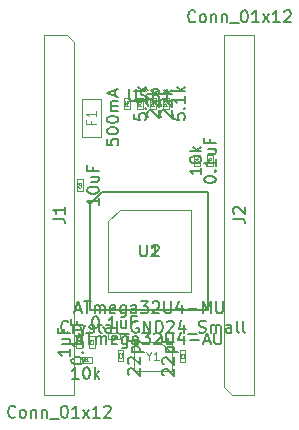
<source format=gbr>
G04 #@! TF.GenerationSoftware,KiCad,Pcbnew,(5.1.7)-1*
G04 #@! TF.CreationDate,2021-03-17T14:13:32-05:00*
G04 #@! TF.ProjectId,keyboard,6b657962-6f61-4726-942e-6b696361645f,rev?*
G04 #@! TF.SameCoordinates,Original*
G04 #@! TF.FileFunction,Other,Fab,Top*
%FSLAX46Y46*%
G04 Gerber Fmt 4.6, Leading zero omitted, Abs format (unit mm)*
G04 Created by KiCad (PCBNEW (5.1.7)-1) date 2021-03-17 14:13:32*
%MOMM*%
%LPD*%
G01*
G04 APERTURE LIST*
%ADD10C,0.100000*%
%ADD11C,0.150000*%
%ADD12C,0.040000*%
%ADD13C,0.105000*%
%ADD14C,0.120000*%
G04 APERTURE END LIST*
D10*
X324890000Y-188740000D02*
X322985000Y-188740000D01*
X322985000Y-188740000D02*
X322350000Y-188105000D01*
X322350000Y-188105000D02*
X322350000Y-158260000D01*
X322350000Y-158260000D02*
X324890000Y-158260000D01*
X324890000Y-158260000D02*
X324890000Y-188740000D01*
D11*
X311977500Y-171577500D02*
X320977500Y-171577500D01*
X320977500Y-171577500D02*
X320977500Y-181577500D01*
X320977500Y-181577500D02*
X310977500Y-181577500D01*
X310977500Y-181577500D02*
X310977500Y-172577500D01*
X310977500Y-172577500D02*
X311977500Y-171577500D01*
D10*
X316550000Y-164580000D02*
X316050000Y-164580000D01*
X316050000Y-164580000D02*
X316050000Y-163580000D01*
X316050000Y-163580000D02*
X316550000Y-163580000D01*
X316550000Y-163580000D02*
X316550000Y-164580000D01*
X320850000Y-168420000D02*
X321350000Y-168420000D01*
X321350000Y-168420000D02*
X321350000Y-169420000D01*
X321350000Y-169420000D02*
X320850000Y-169420000D01*
X320850000Y-169420000D02*
X320850000Y-168420000D01*
X314350000Y-164580000D02*
X313850000Y-164580000D01*
X313850000Y-164580000D02*
X313850000Y-163580000D01*
X313850000Y-163580000D02*
X314350000Y-163580000D01*
X314350000Y-163580000D02*
X314350000Y-164580000D01*
X315450000Y-164580000D02*
X314950000Y-164580000D01*
X314950000Y-164580000D02*
X314950000Y-163580000D01*
X314950000Y-163580000D02*
X315450000Y-163580000D01*
X315450000Y-163580000D02*
X315450000Y-164580000D01*
X317650000Y-164580000D02*
X317150000Y-164580000D01*
X317150000Y-164580000D02*
X317150000Y-163580000D01*
X317150000Y-163580000D02*
X317650000Y-163580000D01*
X317650000Y-163580000D02*
X317650000Y-164580000D01*
X310100000Y-186050000D02*
X310100000Y-185550000D01*
X310100000Y-185550000D02*
X311100000Y-185550000D01*
X311100000Y-185550000D02*
X311100000Y-186050000D01*
X311100000Y-186050000D02*
X310100000Y-186050000D01*
X309750000Y-183780000D02*
X310250000Y-183780000D01*
X310250000Y-183780000D02*
X310250000Y-184780000D01*
X310250000Y-184780000D02*
X309750000Y-184780000D01*
X309750000Y-184780000D02*
X309750000Y-183780000D01*
X310350000Y-171520000D02*
X309850000Y-171520000D01*
X309850000Y-171520000D02*
X309850000Y-170520000D01*
X309850000Y-170520000D02*
X310350000Y-170520000D01*
X310350000Y-170520000D02*
X310350000Y-171520000D01*
X313520000Y-183550000D02*
X313520000Y-184050000D01*
X313520000Y-184050000D02*
X312520000Y-184050000D01*
X312520000Y-184050000D02*
X312520000Y-183550000D01*
X312520000Y-183550000D02*
X313520000Y-183550000D01*
X320250000Y-169420000D02*
X319750000Y-169420000D01*
X319750000Y-169420000D02*
X319750000Y-168420000D01*
X319750000Y-168420000D02*
X320250000Y-168420000D01*
X320250000Y-168420000D02*
X320250000Y-169420000D01*
X310850000Y-183780000D02*
X311350000Y-183780000D01*
X311350000Y-183780000D02*
X311350000Y-184780000D01*
X311350000Y-184780000D02*
X310850000Y-184780000D01*
X310850000Y-184780000D02*
X310850000Y-183780000D01*
X313800000Y-185930000D02*
X313300000Y-185930000D01*
X313300000Y-185930000D02*
X313300000Y-184930000D01*
X313300000Y-184930000D02*
X313800000Y-184930000D01*
X313800000Y-184930000D02*
X313800000Y-185930000D01*
X318550000Y-184960000D02*
X319050000Y-184960000D01*
X319050000Y-184960000D02*
X319050000Y-185960000D01*
X319050000Y-185960000D02*
X318550000Y-185960000D01*
X318550000Y-185960000D02*
X318550000Y-184960000D01*
X313477500Y-173077500D02*
X319477500Y-173077500D01*
X319477500Y-173077500D02*
X319477500Y-180077500D01*
X319477500Y-180077500D02*
X312477500Y-180077500D01*
X312477500Y-180077500D02*
X312477500Y-174077500D01*
X312477500Y-174077500D02*
X313477500Y-173077500D01*
X317870000Y-186740000D02*
X317870000Y-184240000D01*
X317870000Y-184240000D02*
X314670000Y-184240000D01*
X314670000Y-184240000D02*
X314670000Y-186740000D01*
X314670000Y-186740000D02*
X317870000Y-186740000D01*
X317870000Y-185240000D02*
X316870000Y-184240000D01*
X307110000Y-158260000D02*
X309015000Y-158260000D01*
X309015000Y-158260000D02*
X309650000Y-158895000D01*
X309650000Y-158895000D02*
X309650000Y-188740000D01*
X309650000Y-188740000D02*
X307110000Y-188740000D01*
X307110000Y-188740000D02*
X307110000Y-158260000D01*
X311900000Y-166900000D02*
X310300000Y-166900000D01*
X310300000Y-166900000D02*
X310300000Y-163700000D01*
X310300000Y-163700000D02*
X311900000Y-163700000D01*
X311900000Y-163700000D02*
X311900000Y-166900000D01*
D11*
X319881904Y-157117142D02*
X319834285Y-157164761D01*
X319691428Y-157212380D01*
X319596190Y-157212380D01*
X319453333Y-157164761D01*
X319358095Y-157069523D01*
X319310476Y-156974285D01*
X319262857Y-156783809D01*
X319262857Y-156640952D01*
X319310476Y-156450476D01*
X319358095Y-156355238D01*
X319453333Y-156260000D01*
X319596190Y-156212380D01*
X319691428Y-156212380D01*
X319834285Y-156260000D01*
X319881904Y-156307619D01*
X320453333Y-157212380D02*
X320358095Y-157164761D01*
X320310476Y-157117142D01*
X320262857Y-157021904D01*
X320262857Y-156736190D01*
X320310476Y-156640952D01*
X320358095Y-156593333D01*
X320453333Y-156545714D01*
X320596190Y-156545714D01*
X320691428Y-156593333D01*
X320739047Y-156640952D01*
X320786666Y-156736190D01*
X320786666Y-157021904D01*
X320739047Y-157117142D01*
X320691428Y-157164761D01*
X320596190Y-157212380D01*
X320453333Y-157212380D01*
X321215238Y-156545714D02*
X321215238Y-157212380D01*
X321215238Y-156640952D02*
X321262857Y-156593333D01*
X321358095Y-156545714D01*
X321500952Y-156545714D01*
X321596190Y-156593333D01*
X321643809Y-156688571D01*
X321643809Y-157212380D01*
X322120000Y-156545714D02*
X322120000Y-157212380D01*
X322120000Y-156640952D02*
X322167619Y-156593333D01*
X322262857Y-156545714D01*
X322405714Y-156545714D01*
X322500952Y-156593333D01*
X322548571Y-156688571D01*
X322548571Y-157212380D01*
X322786666Y-157307619D02*
X323548571Y-157307619D01*
X323977142Y-156212380D02*
X324072380Y-156212380D01*
X324167619Y-156260000D01*
X324215238Y-156307619D01*
X324262857Y-156402857D01*
X324310476Y-156593333D01*
X324310476Y-156831428D01*
X324262857Y-157021904D01*
X324215238Y-157117142D01*
X324167619Y-157164761D01*
X324072380Y-157212380D01*
X323977142Y-157212380D01*
X323881904Y-157164761D01*
X323834285Y-157117142D01*
X323786666Y-157021904D01*
X323739047Y-156831428D01*
X323739047Y-156593333D01*
X323786666Y-156402857D01*
X323834285Y-156307619D01*
X323881904Y-156260000D01*
X323977142Y-156212380D01*
X325262857Y-157212380D02*
X324691428Y-157212380D01*
X324977142Y-157212380D02*
X324977142Y-156212380D01*
X324881904Y-156355238D01*
X324786666Y-156450476D01*
X324691428Y-156498095D01*
X325596190Y-157212380D02*
X326120000Y-156545714D01*
X325596190Y-156545714D02*
X326120000Y-157212380D01*
X327024761Y-157212380D02*
X326453333Y-157212380D01*
X326739047Y-157212380D02*
X326739047Y-156212380D01*
X326643809Y-156355238D01*
X326548571Y-156450476D01*
X326453333Y-156498095D01*
X327405714Y-156307619D02*
X327453333Y-156260000D01*
X327548571Y-156212380D01*
X327786666Y-156212380D01*
X327881904Y-156260000D01*
X327929523Y-156307619D01*
X327977142Y-156402857D01*
X327977142Y-156498095D01*
X327929523Y-156640952D01*
X327358095Y-157212380D01*
X327977142Y-157212380D01*
X323072380Y-173833333D02*
X323786666Y-173833333D01*
X323929523Y-173880952D01*
X324024761Y-173976190D01*
X324072380Y-174119047D01*
X324072380Y-174214285D01*
X323167619Y-173404761D02*
X323120000Y-173357142D01*
X323072380Y-173261904D01*
X323072380Y-173023809D01*
X323120000Y-172928571D01*
X323167619Y-172880952D01*
X323262857Y-172833333D01*
X323358095Y-172833333D01*
X323500952Y-172880952D01*
X324072380Y-173452380D01*
X324072380Y-172833333D01*
X309834642Y-184194166D02*
X310310833Y-184194166D01*
X309739404Y-184479880D02*
X310072738Y-183479880D01*
X310406071Y-184479880D01*
X310596547Y-183479880D02*
X311167976Y-183479880D01*
X310882261Y-184479880D02*
X310882261Y-183479880D01*
X311501309Y-184479880D02*
X311501309Y-183813214D01*
X311501309Y-183908452D02*
X311548928Y-183860833D01*
X311644166Y-183813214D01*
X311787023Y-183813214D01*
X311882261Y-183860833D01*
X311929880Y-183956071D01*
X311929880Y-184479880D01*
X311929880Y-183956071D02*
X311977500Y-183860833D01*
X312072738Y-183813214D01*
X312215595Y-183813214D01*
X312310833Y-183860833D01*
X312358452Y-183956071D01*
X312358452Y-184479880D01*
X313215595Y-184432261D02*
X313120357Y-184479880D01*
X312929880Y-184479880D01*
X312834642Y-184432261D01*
X312787023Y-184337023D01*
X312787023Y-183956071D01*
X312834642Y-183860833D01*
X312929880Y-183813214D01*
X313120357Y-183813214D01*
X313215595Y-183860833D01*
X313263214Y-183956071D01*
X313263214Y-184051309D01*
X312787023Y-184146547D01*
X314120357Y-183813214D02*
X314120357Y-184622738D01*
X314072738Y-184717976D01*
X314025119Y-184765595D01*
X313929880Y-184813214D01*
X313787023Y-184813214D01*
X313691785Y-184765595D01*
X314120357Y-184432261D02*
X314025119Y-184479880D01*
X313834642Y-184479880D01*
X313739404Y-184432261D01*
X313691785Y-184384642D01*
X313644166Y-184289404D01*
X313644166Y-184003690D01*
X313691785Y-183908452D01*
X313739404Y-183860833D01*
X313834642Y-183813214D01*
X314025119Y-183813214D01*
X314120357Y-183860833D01*
X315025119Y-184479880D02*
X315025119Y-183956071D01*
X314977500Y-183860833D01*
X314882261Y-183813214D01*
X314691785Y-183813214D01*
X314596547Y-183860833D01*
X315025119Y-184432261D02*
X314929880Y-184479880D01*
X314691785Y-184479880D01*
X314596547Y-184432261D01*
X314548928Y-184337023D01*
X314548928Y-184241785D01*
X314596547Y-184146547D01*
X314691785Y-184098928D01*
X314929880Y-184098928D01*
X315025119Y-184051309D01*
X315406071Y-183479880D02*
X316025119Y-183479880D01*
X315691785Y-183860833D01*
X315834642Y-183860833D01*
X315929880Y-183908452D01*
X315977500Y-183956071D01*
X316025119Y-184051309D01*
X316025119Y-184289404D01*
X315977500Y-184384642D01*
X315929880Y-184432261D01*
X315834642Y-184479880D01*
X315548928Y-184479880D01*
X315453690Y-184432261D01*
X315406071Y-184384642D01*
X316406071Y-183575119D02*
X316453690Y-183527500D01*
X316548928Y-183479880D01*
X316787023Y-183479880D01*
X316882261Y-183527500D01*
X316929880Y-183575119D01*
X316977500Y-183670357D01*
X316977500Y-183765595D01*
X316929880Y-183908452D01*
X316358452Y-184479880D01*
X316977500Y-184479880D01*
X317406071Y-183479880D02*
X317406071Y-184289404D01*
X317453690Y-184384642D01*
X317501309Y-184432261D01*
X317596547Y-184479880D01*
X317787023Y-184479880D01*
X317882261Y-184432261D01*
X317929880Y-184384642D01*
X317977500Y-184289404D01*
X317977500Y-183479880D01*
X318882261Y-183813214D02*
X318882261Y-184479880D01*
X318644166Y-183432261D02*
X318406071Y-184146547D01*
X319025119Y-184146547D01*
X319406071Y-184098928D02*
X320167976Y-184098928D01*
X320596547Y-184194166D02*
X321072738Y-184194166D01*
X320501309Y-184479880D02*
X320834642Y-183479880D01*
X321167976Y-184479880D01*
X321501309Y-183479880D02*
X321501309Y-184289404D01*
X321548928Y-184384642D01*
X321596547Y-184432261D01*
X321691785Y-184479880D01*
X321882261Y-184479880D01*
X321977500Y-184432261D01*
X322025119Y-184384642D01*
X322072738Y-184289404D01*
X322072738Y-183479880D01*
X315215595Y-176029880D02*
X315215595Y-176839404D01*
X315263214Y-176934642D01*
X315310833Y-176982261D01*
X315406071Y-177029880D01*
X315596547Y-177029880D01*
X315691785Y-176982261D01*
X315739404Y-176934642D01*
X315787023Y-176839404D01*
X315787023Y-176029880D01*
X316215595Y-176125119D02*
X316263214Y-176077500D01*
X316358452Y-176029880D01*
X316596547Y-176029880D01*
X316691785Y-176077500D01*
X316739404Y-176125119D01*
X316787023Y-176220357D01*
X316787023Y-176315595D01*
X316739404Y-176458452D01*
X316167976Y-177029880D01*
X316787023Y-177029880D01*
X317007619Y-165246666D02*
X316960000Y-165199047D01*
X316912380Y-165103809D01*
X316912380Y-164865714D01*
X316960000Y-164770476D01*
X317007619Y-164722857D01*
X317102857Y-164675238D01*
X317198095Y-164675238D01*
X317340952Y-164722857D01*
X317912380Y-165294285D01*
X317912380Y-164675238D01*
X317007619Y-164294285D02*
X316960000Y-164246666D01*
X316912380Y-164151428D01*
X316912380Y-163913333D01*
X316960000Y-163818095D01*
X317007619Y-163770476D01*
X317102857Y-163722857D01*
X317198095Y-163722857D01*
X317340952Y-163770476D01*
X317912380Y-164341904D01*
X317912380Y-163722857D01*
X317912380Y-163294285D02*
X316912380Y-163294285D01*
X317531428Y-163199047D02*
X317912380Y-162913333D01*
X317245714Y-162913333D02*
X317626666Y-163294285D01*
D12*
X316413095Y-164121666D02*
X316294047Y-164205000D01*
X316413095Y-164264523D02*
X316163095Y-164264523D01*
X316163095Y-164169285D01*
X316175000Y-164145476D01*
X316186904Y-164133571D01*
X316210714Y-164121666D01*
X316246428Y-164121666D01*
X316270238Y-164133571D01*
X316282142Y-164145476D01*
X316294047Y-164169285D01*
X316294047Y-164264523D01*
X316246428Y-163907380D02*
X316413095Y-163907380D01*
X316151190Y-163966904D02*
X316329761Y-164026428D01*
X316329761Y-163871666D01*
D11*
X320392380Y-169515238D02*
X320392380Y-170086666D01*
X320392380Y-169800952D02*
X319392380Y-169800952D01*
X319535238Y-169896190D01*
X319630476Y-169991428D01*
X319678095Y-170086666D01*
X319392380Y-168896190D02*
X319392380Y-168800952D01*
X319440000Y-168705714D01*
X319487619Y-168658095D01*
X319582857Y-168610476D01*
X319773333Y-168562857D01*
X320011428Y-168562857D01*
X320201904Y-168610476D01*
X320297142Y-168658095D01*
X320344761Y-168705714D01*
X320392380Y-168800952D01*
X320392380Y-168896190D01*
X320344761Y-168991428D01*
X320297142Y-169039047D01*
X320201904Y-169086666D01*
X320011428Y-169134285D01*
X319773333Y-169134285D01*
X319582857Y-169086666D01*
X319487619Y-169039047D01*
X319440000Y-168991428D01*
X319392380Y-168896190D01*
X320392380Y-168134285D02*
X319392380Y-168134285D01*
X320011428Y-168039047D02*
X320392380Y-167753333D01*
X319725714Y-167753333D02*
X320106666Y-168134285D01*
D12*
X321213095Y-168961666D02*
X321094047Y-169045000D01*
X321213095Y-169104523D02*
X320963095Y-169104523D01*
X320963095Y-169009285D01*
X320975000Y-168985476D01*
X320986904Y-168973571D01*
X321010714Y-168961666D01*
X321046428Y-168961666D01*
X321070238Y-168973571D01*
X321082142Y-168985476D01*
X321094047Y-169009285D01*
X321094047Y-169104523D01*
X320963095Y-168747380D02*
X320963095Y-168795000D01*
X320975000Y-168818809D01*
X320986904Y-168830714D01*
X321022619Y-168854523D01*
X321070238Y-168866428D01*
X321165476Y-168866428D01*
X321189285Y-168854523D01*
X321201190Y-168842619D01*
X321213095Y-168818809D01*
X321213095Y-168771190D01*
X321201190Y-168747380D01*
X321189285Y-168735476D01*
X321165476Y-168723571D01*
X321105952Y-168723571D01*
X321082142Y-168735476D01*
X321070238Y-168747380D01*
X321058333Y-168771190D01*
X321058333Y-168818809D01*
X321070238Y-168842619D01*
X321082142Y-168854523D01*
X321105952Y-168866428D01*
D11*
X314712380Y-164960952D02*
X314712380Y-165437142D01*
X315188571Y-165484761D01*
X315140952Y-165437142D01*
X315093333Y-165341904D01*
X315093333Y-165103809D01*
X315140952Y-165008571D01*
X315188571Y-164960952D01*
X315283809Y-164913333D01*
X315521904Y-164913333D01*
X315617142Y-164960952D01*
X315664761Y-165008571D01*
X315712380Y-165103809D01*
X315712380Y-165341904D01*
X315664761Y-165437142D01*
X315617142Y-165484761D01*
X315617142Y-164484761D02*
X315664761Y-164437142D01*
X315712380Y-164484761D01*
X315664761Y-164532380D01*
X315617142Y-164484761D01*
X315712380Y-164484761D01*
X315712380Y-163484761D02*
X315712380Y-164056190D01*
X315712380Y-163770476D02*
X314712380Y-163770476D01*
X314855238Y-163865714D01*
X314950476Y-163960952D01*
X314998095Y-164056190D01*
X315712380Y-163056190D02*
X314712380Y-163056190D01*
X315331428Y-162960952D02*
X315712380Y-162675238D01*
X315045714Y-162675238D02*
X315426666Y-163056190D01*
D12*
X314213095Y-164121666D02*
X314094047Y-164205000D01*
X314213095Y-164264523D02*
X313963095Y-164264523D01*
X313963095Y-164169285D01*
X313975000Y-164145476D01*
X313986904Y-164133571D01*
X314010714Y-164121666D01*
X314046428Y-164121666D01*
X314070238Y-164133571D01*
X314082142Y-164145476D01*
X314094047Y-164169285D01*
X314094047Y-164264523D01*
X313963095Y-163895476D02*
X313963095Y-164014523D01*
X314082142Y-164026428D01*
X314070238Y-164014523D01*
X314058333Y-163990714D01*
X314058333Y-163931190D01*
X314070238Y-163907380D01*
X314082142Y-163895476D01*
X314105952Y-163883571D01*
X314165476Y-163883571D01*
X314189285Y-163895476D01*
X314201190Y-163907380D01*
X314213095Y-163931190D01*
X314213095Y-163990714D01*
X314201190Y-164014523D01*
X314189285Y-164026428D01*
D11*
X315907619Y-165246666D02*
X315860000Y-165199047D01*
X315812380Y-165103809D01*
X315812380Y-164865714D01*
X315860000Y-164770476D01*
X315907619Y-164722857D01*
X316002857Y-164675238D01*
X316098095Y-164675238D01*
X316240952Y-164722857D01*
X316812380Y-165294285D01*
X316812380Y-164675238D01*
X315907619Y-164294285D02*
X315860000Y-164246666D01*
X315812380Y-164151428D01*
X315812380Y-163913333D01*
X315860000Y-163818095D01*
X315907619Y-163770476D01*
X316002857Y-163722857D01*
X316098095Y-163722857D01*
X316240952Y-163770476D01*
X316812380Y-164341904D01*
X316812380Y-163722857D01*
X316812380Y-163294285D02*
X315812380Y-163294285D01*
X316431428Y-163199047D02*
X316812380Y-162913333D01*
X316145714Y-162913333D02*
X316526666Y-163294285D01*
D12*
X315313095Y-164121666D02*
X315194047Y-164205000D01*
X315313095Y-164264523D02*
X315063095Y-164264523D01*
X315063095Y-164169285D01*
X315075000Y-164145476D01*
X315086904Y-164133571D01*
X315110714Y-164121666D01*
X315146428Y-164121666D01*
X315170238Y-164133571D01*
X315182142Y-164145476D01*
X315194047Y-164169285D01*
X315194047Y-164264523D01*
X315063095Y-164038333D02*
X315063095Y-163883571D01*
X315158333Y-163966904D01*
X315158333Y-163931190D01*
X315170238Y-163907380D01*
X315182142Y-163895476D01*
X315205952Y-163883571D01*
X315265476Y-163883571D01*
X315289285Y-163895476D01*
X315301190Y-163907380D01*
X315313095Y-163931190D01*
X315313095Y-164002619D01*
X315301190Y-164026428D01*
X315289285Y-164038333D01*
D11*
X318012380Y-164960952D02*
X318012380Y-165437142D01*
X318488571Y-165484761D01*
X318440952Y-165437142D01*
X318393333Y-165341904D01*
X318393333Y-165103809D01*
X318440952Y-165008571D01*
X318488571Y-164960952D01*
X318583809Y-164913333D01*
X318821904Y-164913333D01*
X318917142Y-164960952D01*
X318964761Y-165008571D01*
X319012380Y-165103809D01*
X319012380Y-165341904D01*
X318964761Y-165437142D01*
X318917142Y-165484761D01*
X318917142Y-164484761D02*
X318964761Y-164437142D01*
X319012380Y-164484761D01*
X318964761Y-164532380D01*
X318917142Y-164484761D01*
X319012380Y-164484761D01*
X319012380Y-163484761D02*
X319012380Y-164056190D01*
X319012380Y-163770476D02*
X318012380Y-163770476D01*
X318155238Y-163865714D01*
X318250476Y-163960952D01*
X318298095Y-164056190D01*
X319012380Y-163056190D02*
X318012380Y-163056190D01*
X318631428Y-162960952D02*
X319012380Y-162675238D01*
X318345714Y-162675238D02*
X318726666Y-163056190D01*
D12*
X317513095Y-164121666D02*
X317394047Y-164205000D01*
X317513095Y-164264523D02*
X317263095Y-164264523D01*
X317263095Y-164169285D01*
X317275000Y-164145476D01*
X317286904Y-164133571D01*
X317310714Y-164121666D01*
X317346428Y-164121666D01*
X317370238Y-164133571D01*
X317382142Y-164145476D01*
X317394047Y-164169285D01*
X317394047Y-164264523D01*
X317286904Y-164026428D02*
X317275000Y-164014523D01*
X317263095Y-163990714D01*
X317263095Y-163931190D01*
X317275000Y-163907380D01*
X317286904Y-163895476D01*
X317310714Y-163883571D01*
X317334523Y-163883571D01*
X317370238Y-163895476D01*
X317513095Y-164038333D01*
X317513095Y-163883571D01*
D11*
X310004761Y-187412380D02*
X309433333Y-187412380D01*
X309719047Y-187412380D02*
X309719047Y-186412380D01*
X309623809Y-186555238D01*
X309528571Y-186650476D01*
X309433333Y-186698095D01*
X310623809Y-186412380D02*
X310719047Y-186412380D01*
X310814285Y-186460000D01*
X310861904Y-186507619D01*
X310909523Y-186602857D01*
X310957142Y-186793333D01*
X310957142Y-187031428D01*
X310909523Y-187221904D01*
X310861904Y-187317142D01*
X310814285Y-187364761D01*
X310719047Y-187412380D01*
X310623809Y-187412380D01*
X310528571Y-187364761D01*
X310480952Y-187317142D01*
X310433333Y-187221904D01*
X310385714Y-187031428D01*
X310385714Y-186793333D01*
X310433333Y-186602857D01*
X310480952Y-186507619D01*
X310528571Y-186460000D01*
X310623809Y-186412380D01*
X311385714Y-187412380D02*
X311385714Y-186412380D01*
X311480952Y-187031428D02*
X311766666Y-187412380D01*
X311766666Y-186745714D02*
X311385714Y-187126666D01*
D12*
X310558333Y-185913095D02*
X310475000Y-185794047D01*
X310415476Y-185913095D02*
X310415476Y-185663095D01*
X310510714Y-185663095D01*
X310534523Y-185675000D01*
X310546428Y-185686904D01*
X310558333Y-185710714D01*
X310558333Y-185746428D01*
X310546428Y-185770238D01*
X310534523Y-185782142D01*
X310510714Y-185794047D01*
X310415476Y-185794047D01*
X310796428Y-185913095D02*
X310653571Y-185913095D01*
X310725000Y-185913095D02*
X310725000Y-185663095D01*
X310701190Y-185698809D01*
X310677380Y-185722619D01*
X310653571Y-185734523D01*
D11*
X309292380Y-184875238D02*
X309292380Y-185446666D01*
X309292380Y-185160952D02*
X308292380Y-185160952D01*
X308435238Y-185256190D01*
X308530476Y-185351428D01*
X308578095Y-185446666D01*
X308625714Y-184018095D02*
X309292380Y-184018095D01*
X308625714Y-184446666D02*
X309149523Y-184446666D01*
X309244761Y-184399047D01*
X309292380Y-184303809D01*
X309292380Y-184160952D01*
X309244761Y-184065714D01*
X309197142Y-184018095D01*
X308768571Y-183208571D02*
X308768571Y-183541904D01*
X309292380Y-183541904D02*
X308292380Y-183541904D01*
X308292380Y-183065714D01*
D12*
X310089285Y-184321666D02*
X310101190Y-184333571D01*
X310113095Y-184369285D01*
X310113095Y-184393095D01*
X310101190Y-184428809D01*
X310077380Y-184452619D01*
X310053571Y-184464523D01*
X310005952Y-184476428D01*
X309970238Y-184476428D01*
X309922619Y-184464523D01*
X309898809Y-184452619D01*
X309875000Y-184428809D01*
X309863095Y-184393095D01*
X309863095Y-184369285D01*
X309875000Y-184333571D01*
X309886904Y-184321666D01*
X309863095Y-184238333D02*
X309863095Y-184071666D01*
X310113095Y-184178809D01*
D11*
X311712380Y-172091428D02*
X311712380Y-172662857D01*
X311712380Y-172377142D02*
X310712380Y-172377142D01*
X310855238Y-172472380D01*
X310950476Y-172567619D01*
X310998095Y-172662857D01*
X310712380Y-171472380D02*
X310712380Y-171377142D01*
X310760000Y-171281904D01*
X310807619Y-171234285D01*
X310902857Y-171186666D01*
X311093333Y-171139047D01*
X311331428Y-171139047D01*
X311521904Y-171186666D01*
X311617142Y-171234285D01*
X311664761Y-171281904D01*
X311712380Y-171377142D01*
X311712380Y-171472380D01*
X311664761Y-171567619D01*
X311617142Y-171615238D01*
X311521904Y-171662857D01*
X311331428Y-171710476D01*
X311093333Y-171710476D01*
X310902857Y-171662857D01*
X310807619Y-171615238D01*
X310760000Y-171567619D01*
X310712380Y-171472380D01*
X311045714Y-170281904D02*
X311712380Y-170281904D01*
X311045714Y-170710476D02*
X311569523Y-170710476D01*
X311664761Y-170662857D01*
X311712380Y-170567619D01*
X311712380Y-170424761D01*
X311664761Y-170329523D01*
X311617142Y-170281904D01*
X311188571Y-169472380D02*
X311188571Y-169805714D01*
X311712380Y-169805714D02*
X310712380Y-169805714D01*
X310712380Y-169329523D01*
D12*
X310189285Y-171061666D02*
X310201190Y-171073571D01*
X310213095Y-171109285D01*
X310213095Y-171133095D01*
X310201190Y-171168809D01*
X310177380Y-171192619D01*
X310153571Y-171204523D01*
X310105952Y-171216428D01*
X310070238Y-171216428D01*
X310022619Y-171204523D01*
X309998809Y-171192619D01*
X309975000Y-171168809D01*
X309963095Y-171133095D01*
X309963095Y-171109285D01*
X309975000Y-171073571D01*
X309986904Y-171061666D01*
X309963095Y-170847380D02*
X309963095Y-170895000D01*
X309975000Y-170918809D01*
X309986904Y-170930714D01*
X310022619Y-170954523D01*
X310070238Y-170966428D01*
X310165476Y-170966428D01*
X310189285Y-170954523D01*
X310201190Y-170942619D01*
X310213095Y-170918809D01*
X310213095Y-170871190D01*
X310201190Y-170847380D01*
X310189285Y-170835476D01*
X310165476Y-170823571D01*
X310105952Y-170823571D01*
X310082142Y-170835476D01*
X310070238Y-170847380D01*
X310058333Y-170871190D01*
X310058333Y-170918809D01*
X310070238Y-170942619D01*
X310082142Y-170954523D01*
X310105952Y-170966428D01*
D11*
X311377142Y-182092380D02*
X311472380Y-182092380D01*
X311567619Y-182140000D01*
X311615238Y-182187619D01*
X311662857Y-182282857D01*
X311710476Y-182473333D01*
X311710476Y-182711428D01*
X311662857Y-182901904D01*
X311615238Y-182997142D01*
X311567619Y-183044761D01*
X311472380Y-183092380D01*
X311377142Y-183092380D01*
X311281904Y-183044761D01*
X311234285Y-182997142D01*
X311186666Y-182901904D01*
X311139047Y-182711428D01*
X311139047Y-182473333D01*
X311186666Y-182282857D01*
X311234285Y-182187619D01*
X311281904Y-182140000D01*
X311377142Y-182092380D01*
X312139047Y-182997142D02*
X312186666Y-183044761D01*
X312139047Y-183092380D01*
X312091428Y-183044761D01*
X312139047Y-182997142D01*
X312139047Y-183092380D01*
X313139047Y-183092380D02*
X312567619Y-183092380D01*
X312853333Y-183092380D02*
X312853333Y-182092380D01*
X312758095Y-182235238D01*
X312662857Y-182330476D01*
X312567619Y-182378095D01*
X313996190Y-182425714D02*
X313996190Y-183092380D01*
X313567619Y-182425714D02*
X313567619Y-182949523D01*
X313615238Y-183044761D01*
X313710476Y-183092380D01*
X313853333Y-183092380D01*
X313948571Y-183044761D01*
X313996190Y-182997142D01*
X314805714Y-182568571D02*
X314472380Y-182568571D01*
X314472380Y-183092380D02*
X314472380Y-182092380D01*
X314948571Y-182092380D01*
D12*
X312978333Y-183889285D02*
X312966428Y-183901190D01*
X312930714Y-183913095D01*
X312906904Y-183913095D01*
X312871190Y-183901190D01*
X312847380Y-183877380D01*
X312835476Y-183853571D01*
X312823571Y-183805952D01*
X312823571Y-183770238D01*
X312835476Y-183722619D01*
X312847380Y-183698809D01*
X312871190Y-183675000D01*
X312906904Y-183663095D01*
X312930714Y-183663095D01*
X312966428Y-183675000D01*
X312978333Y-183686904D01*
X313204523Y-183663095D02*
X313085476Y-183663095D01*
X313073571Y-183782142D01*
X313085476Y-183770238D01*
X313109285Y-183758333D01*
X313168809Y-183758333D01*
X313192619Y-183770238D01*
X313204523Y-183782142D01*
X313216428Y-183805952D01*
X313216428Y-183865476D01*
X313204523Y-183889285D01*
X313192619Y-183901190D01*
X313168809Y-183913095D01*
X313109285Y-183913095D01*
X313085476Y-183901190D01*
X313073571Y-183889285D01*
D11*
X320612380Y-170562857D02*
X320612380Y-170467619D01*
X320660000Y-170372380D01*
X320707619Y-170324761D01*
X320802857Y-170277142D01*
X320993333Y-170229523D01*
X321231428Y-170229523D01*
X321421904Y-170277142D01*
X321517142Y-170324761D01*
X321564761Y-170372380D01*
X321612380Y-170467619D01*
X321612380Y-170562857D01*
X321564761Y-170658095D01*
X321517142Y-170705714D01*
X321421904Y-170753333D01*
X321231428Y-170800952D01*
X320993333Y-170800952D01*
X320802857Y-170753333D01*
X320707619Y-170705714D01*
X320660000Y-170658095D01*
X320612380Y-170562857D01*
X321517142Y-169800952D02*
X321564761Y-169753333D01*
X321612380Y-169800952D01*
X321564761Y-169848571D01*
X321517142Y-169800952D01*
X321612380Y-169800952D01*
X321612380Y-168800952D02*
X321612380Y-169372380D01*
X321612380Y-169086666D02*
X320612380Y-169086666D01*
X320755238Y-169181904D01*
X320850476Y-169277142D01*
X320898095Y-169372380D01*
X320945714Y-167943809D02*
X321612380Y-167943809D01*
X320945714Y-168372380D02*
X321469523Y-168372380D01*
X321564761Y-168324761D01*
X321612380Y-168229523D01*
X321612380Y-168086666D01*
X321564761Y-167991428D01*
X321517142Y-167943809D01*
X321088571Y-167134285D02*
X321088571Y-167467619D01*
X321612380Y-167467619D02*
X320612380Y-167467619D01*
X320612380Y-166991428D01*
D12*
X320089285Y-168961666D02*
X320101190Y-168973571D01*
X320113095Y-169009285D01*
X320113095Y-169033095D01*
X320101190Y-169068809D01*
X320077380Y-169092619D01*
X320053571Y-169104523D01*
X320005952Y-169116428D01*
X319970238Y-169116428D01*
X319922619Y-169104523D01*
X319898809Y-169092619D01*
X319875000Y-169068809D01*
X319863095Y-169033095D01*
X319863095Y-169009285D01*
X319875000Y-168973571D01*
X319886904Y-168961666D01*
X319946428Y-168747380D02*
X320113095Y-168747380D01*
X319851190Y-168806904D02*
X320029761Y-168866428D01*
X320029761Y-168711666D01*
D11*
X309392380Y-185922857D02*
X309392380Y-185827619D01*
X309440000Y-185732380D01*
X309487619Y-185684761D01*
X309582857Y-185637142D01*
X309773333Y-185589523D01*
X310011428Y-185589523D01*
X310201904Y-185637142D01*
X310297142Y-185684761D01*
X310344761Y-185732380D01*
X310392380Y-185827619D01*
X310392380Y-185922857D01*
X310344761Y-186018095D01*
X310297142Y-186065714D01*
X310201904Y-186113333D01*
X310011428Y-186160952D01*
X309773333Y-186160952D01*
X309582857Y-186113333D01*
X309487619Y-186065714D01*
X309440000Y-186018095D01*
X309392380Y-185922857D01*
X310297142Y-185160952D02*
X310344761Y-185113333D01*
X310392380Y-185160952D01*
X310344761Y-185208571D01*
X310297142Y-185160952D01*
X310392380Y-185160952D01*
X310392380Y-184160952D02*
X310392380Y-184732380D01*
X310392380Y-184446666D02*
X309392380Y-184446666D01*
X309535238Y-184541904D01*
X309630476Y-184637142D01*
X309678095Y-184732380D01*
X309725714Y-183303809D02*
X310392380Y-183303809D01*
X309725714Y-183732380D02*
X310249523Y-183732380D01*
X310344761Y-183684761D01*
X310392380Y-183589523D01*
X310392380Y-183446666D01*
X310344761Y-183351428D01*
X310297142Y-183303809D01*
X309868571Y-182494285D02*
X309868571Y-182827619D01*
X310392380Y-182827619D02*
X309392380Y-182827619D01*
X309392380Y-182351428D01*
D12*
X311189285Y-184321666D02*
X311201190Y-184333571D01*
X311213095Y-184369285D01*
X311213095Y-184393095D01*
X311201190Y-184428809D01*
X311177380Y-184452619D01*
X311153571Y-184464523D01*
X311105952Y-184476428D01*
X311070238Y-184476428D01*
X311022619Y-184464523D01*
X310998809Y-184452619D01*
X310975000Y-184428809D01*
X310963095Y-184393095D01*
X310963095Y-184369285D01*
X310975000Y-184333571D01*
X310986904Y-184321666D01*
X310963095Y-184238333D02*
X310963095Y-184083571D01*
X311058333Y-184166904D01*
X311058333Y-184131190D01*
X311070238Y-184107380D01*
X311082142Y-184095476D01*
X311105952Y-184083571D01*
X311165476Y-184083571D01*
X311189285Y-184095476D01*
X311201190Y-184107380D01*
X311213095Y-184131190D01*
X311213095Y-184202619D01*
X311201190Y-184226428D01*
X311189285Y-184238333D01*
D11*
X314257619Y-187072857D02*
X314210000Y-187025238D01*
X314162380Y-186930000D01*
X314162380Y-186691904D01*
X314210000Y-186596666D01*
X314257619Y-186549047D01*
X314352857Y-186501428D01*
X314448095Y-186501428D01*
X314590952Y-186549047D01*
X315162380Y-187120476D01*
X315162380Y-186501428D01*
X314257619Y-186120476D02*
X314210000Y-186072857D01*
X314162380Y-185977619D01*
X314162380Y-185739523D01*
X314210000Y-185644285D01*
X314257619Y-185596666D01*
X314352857Y-185549047D01*
X314448095Y-185549047D01*
X314590952Y-185596666D01*
X315162380Y-186168095D01*
X315162380Y-185549047D01*
X314495714Y-185120476D02*
X315495714Y-185120476D01*
X314543333Y-185120476D02*
X314495714Y-185025238D01*
X314495714Y-184834761D01*
X314543333Y-184739523D01*
X314590952Y-184691904D01*
X314686190Y-184644285D01*
X314971904Y-184644285D01*
X315067142Y-184691904D01*
X315114761Y-184739523D01*
X315162380Y-184834761D01*
X315162380Y-185025238D01*
X315114761Y-185120476D01*
X314638571Y-183882380D02*
X314638571Y-184215714D01*
X315162380Y-184215714D02*
X314162380Y-184215714D01*
X314162380Y-183739523D01*
D12*
X313639285Y-185471666D02*
X313651190Y-185483571D01*
X313663095Y-185519285D01*
X313663095Y-185543095D01*
X313651190Y-185578809D01*
X313627380Y-185602619D01*
X313603571Y-185614523D01*
X313555952Y-185626428D01*
X313520238Y-185626428D01*
X313472619Y-185614523D01*
X313448809Y-185602619D01*
X313425000Y-185578809D01*
X313413095Y-185543095D01*
X313413095Y-185519285D01*
X313425000Y-185483571D01*
X313436904Y-185471666D01*
X313436904Y-185376428D02*
X313425000Y-185364523D01*
X313413095Y-185340714D01*
X313413095Y-185281190D01*
X313425000Y-185257380D01*
X313436904Y-185245476D01*
X313460714Y-185233571D01*
X313484523Y-185233571D01*
X313520238Y-185245476D01*
X313663095Y-185388333D01*
X313663095Y-185233571D01*
D11*
X317187619Y-187102857D02*
X317140000Y-187055238D01*
X317092380Y-186960000D01*
X317092380Y-186721904D01*
X317140000Y-186626666D01*
X317187619Y-186579047D01*
X317282857Y-186531428D01*
X317378095Y-186531428D01*
X317520952Y-186579047D01*
X318092380Y-187150476D01*
X318092380Y-186531428D01*
X317187619Y-186150476D02*
X317140000Y-186102857D01*
X317092380Y-186007619D01*
X317092380Y-185769523D01*
X317140000Y-185674285D01*
X317187619Y-185626666D01*
X317282857Y-185579047D01*
X317378095Y-185579047D01*
X317520952Y-185626666D01*
X318092380Y-186198095D01*
X318092380Y-185579047D01*
X317425714Y-185150476D02*
X318425714Y-185150476D01*
X317473333Y-185150476D02*
X317425714Y-185055238D01*
X317425714Y-184864761D01*
X317473333Y-184769523D01*
X317520952Y-184721904D01*
X317616190Y-184674285D01*
X317901904Y-184674285D01*
X317997142Y-184721904D01*
X318044761Y-184769523D01*
X318092380Y-184864761D01*
X318092380Y-185055238D01*
X318044761Y-185150476D01*
X317568571Y-183912380D02*
X317568571Y-184245714D01*
X318092380Y-184245714D02*
X317092380Y-184245714D01*
X317092380Y-183769523D01*
D12*
X318889285Y-185501666D02*
X318901190Y-185513571D01*
X318913095Y-185549285D01*
X318913095Y-185573095D01*
X318901190Y-185608809D01*
X318877380Y-185632619D01*
X318853571Y-185644523D01*
X318805952Y-185656428D01*
X318770238Y-185656428D01*
X318722619Y-185644523D01*
X318698809Y-185632619D01*
X318675000Y-185608809D01*
X318663095Y-185573095D01*
X318663095Y-185549285D01*
X318675000Y-185513571D01*
X318686904Y-185501666D01*
X318913095Y-185263571D02*
X318913095Y-185406428D01*
X318913095Y-185335000D02*
X318663095Y-185335000D01*
X318698809Y-185358809D01*
X318722619Y-185382619D01*
X318734523Y-185406428D01*
D11*
X309691785Y-181564166D02*
X310167976Y-181564166D01*
X309596547Y-181849880D02*
X309929880Y-180849880D01*
X310263214Y-181849880D01*
X310453690Y-180849880D02*
X311025119Y-180849880D01*
X310739404Y-181849880D02*
X310739404Y-180849880D01*
X311358452Y-181849880D02*
X311358452Y-181183214D01*
X311358452Y-181278452D02*
X311406071Y-181230833D01*
X311501309Y-181183214D01*
X311644166Y-181183214D01*
X311739404Y-181230833D01*
X311787023Y-181326071D01*
X311787023Y-181849880D01*
X311787023Y-181326071D02*
X311834642Y-181230833D01*
X311929880Y-181183214D01*
X312072738Y-181183214D01*
X312167976Y-181230833D01*
X312215595Y-181326071D01*
X312215595Y-181849880D01*
X313072738Y-181802261D02*
X312977500Y-181849880D01*
X312787023Y-181849880D01*
X312691785Y-181802261D01*
X312644166Y-181707023D01*
X312644166Y-181326071D01*
X312691785Y-181230833D01*
X312787023Y-181183214D01*
X312977500Y-181183214D01*
X313072738Y-181230833D01*
X313120357Y-181326071D01*
X313120357Y-181421309D01*
X312644166Y-181516547D01*
X313977500Y-181183214D02*
X313977500Y-181992738D01*
X313929880Y-182087976D01*
X313882261Y-182135595D01*
X313787023Y-182183214D01*
X313644166Y-182183214D01*
X313548928Y-182135595D01*
X313977500Y-181802261D02*
X313882261Y-181849880D01*
X313691785Y-181849880D01*
X313596547Y-181802261D01*
X313548928Y-181754642D01*
X313501309Y-181659404D01*
X313501309Y-181373690D01*
X313548928Y-181278452D01*
X313596547Y-181230833D01*
X313691785Y-181183214D01*
X313882261Y-181183214D01*
X313977500Y-181230833D01*
X314882261Y-181849880D02*
X314882261Y-181326071D01*
X314834642Y-181230833D01*
X314739404Y-181183214D01*
X314548928Y-181183214D01*
X314453690Y-181230833D01*
X314882261Y-181802261D02*
X314787023Y-181849880D01*
X314548928Y-181849880D01*
X314453690Y-181802261D01*
X314406071Y-181707023D01*
X314406071Y-181611785D01*
X314453690Y-181516547D01*
X314548928Y-181468928D01*
X314787023Y-181468928D01*
X314882261Y-181421309D01*
X315263214Y-180849880D02*
X315882261Y-180849880D01*
X315548928Y-181230833D01*
X315691785Y-181230833D01*
X315787023Y-181278452D01*
X315834642Y-181326071D01*
X315882261Y-181421309D01*
X315882261Y-181659404D01*
X315834642Y-181754642D01*
X315787023Y-181802261D01*
X315691785Y-181849880D01*
X315406071Y-181849880D01*
X315310833Y-181802261D01*
X315263214Y-181754642D01*
X316263214Y-180945119D02*
X316310833Y-180897500D01*
X316406071Y-180849880D01*
X316644166Y-180849880D01*
X316739404Y-180897500D01*
X316787023Y-180945119D01*
X316834642Y-181040357D01*
X316834642Y-181135595D01*
X316787023Y-181278452D01*
X316215595Y-181849880D01*
X316834642Y-181849880D01*
X317263214Y-180849880D02*
X317263214Y-181659404D01*
X317310833Y-181754642D01*
X317358452Y-181802261D01*
X317453690Y-181849880D01*
X317644166Y-181849880D01*
X317739404Y-181802261D01*
X317787023Y-181754642D01*
X317834642Y-181659404D01*
X317834642Y-180849880D01*
X318739404Y-181183214D02*
X318739404Y-181849880D01*
X318501309Y-180802261D02*
X318263214Y-181516547D01*
X318882261Y-181516547D01*
X319263214Y-181468928D02*
X320025119Y-181468928D01*
X320501309Y-181849880D02*
X320501309Y-180849880D01*
X320834642Y-181564166D01*
X321167976Y-180849880D01*
X321167976Y-181849880D01*
X321644166Y-180849880D02*
X321644166Y-181659404D01*
X321691785Y-181754642D01*
X321739404Y-181802261D01*
X321834642Y-181849880D01*
X322025119Y-181849880D01*
X322120357Y-181802261D01*
X322167976Y-181754642D01*
X322215595Y-181659404D01*
X322215595Y-180849880D01*
X315215595Y-176029880D02*
X315215595Y-176839404D01*
X315263214Y-176934642D01*
X315310833Y-176982261D01*
X315406071Y-177029880D01*
X315596547Y-177029880D01*
X315691785Y-176982261D01*
X315739404Y-176934642D01*
X315787023Y-176839404D01*
X315787023Y-176029880D01*
X316787023Y-177029880D02*
X316215595Y-177029880D01*
X316501309Y-177029880D02*
X316501309Y-176029880D01*
X316406071Y-176172738D01*
X316310833Y-176267976D01*
X316215595Y-176315595D01*
X309127142Y-183397142D02*
X309079523Y-183444761D01*
X308936666Y-183492380D01*
X308841428Y-183492380D01*
X308698571Y-183444761D01*
X308603333Y-183349523D01*
X308555714Y-183254285D01*
X308508095Y-183063809D01*
X308508095Y-182920952D01*
X308555714Y-182730476D01*
X308603333Y-182635238D01*
X308698571Y-182540000D01*
X308841428Y-182492380D01*
X308936666Y-182492380D01*
X309079523Y-182540000D01*
X309127142Y-182587619D01*
X309555714Y-183492380D02*
X309555714Y-182825714D01*
X309555714Y-183016190D02*
X309603333Y-182920952D01*
X309650952Y-182873333D01*
X309746190Y-182825714D01*
X309841428Y-182825714D01*
X310079523Y-182825714D02*
X310317619Y-183492380D01*
X310555714Y-182825714D02*
X310317619Y-183492380D01*
X310222380Y-183730476D01*
X310174761Y-183778095D01*
X310079523Y-183825714D01*
X310889047Y-183444761D02*
X310984285Y-183492380D01*
X311174761Y-183492380D01*
X311270000Y-183444761D01*
X311317619Y-183349523D01*
X311317619Y-183301904D01*
X311270000Y-183206666D01*
X311174761Y-183159047D01*
X311031904Y-183159047D01*
X310936666Y-183111428D01*
X310889047Y-183016190D01*
X310889047Y-182968571D01*
X310936666Y-182873333D01*
X311031904Y-182825714D01*
X311174761Y-182825714D01*
X311270000Y-182873333D01*
X311603333Y-182825714D02*
X311984285Y-182825714D01*
X311746190Y-182492380D02*
X311746190Y-183349523D01*
X311793809Y-183444761D01*
X311889047Y-183492380D01*
X311984285Y-183492380D01*
X312746190Y-183492380D02*
X312746190Y-182968571D01*
X312698571Y-182873333D01*
X312603333Y-182825714D01*
X312412857Y-182825714D01*
X312317619Y-182873333D01*
X312746190Y-183444761D02*
X312650952Y-183492380D01*
X312412857Y-183492380D01*
X312317619Y-183444761D01*
X312270000Y-183349523D01*
X312270000Y-183254285D01*
X312317619Y-183159047D01*
X312412857Y-183111428D01*
X312650952Y-183111428D01*
X312746190Y-183063809D01*
X313365238Y-183492380D02*
X313270000Y-183444761D01*
X313222380Y-183349523D01*
X313222380Y-182492380D01*
X313508095Y-183587619D02*
X314270000Y-183587619D01*
X315031904Y-182540000D02*
X314936666Y-182492380D01*
X314793809Y-182492380D01*
X314650952Y-182540000D01*
X314555714Y-182635238D01*
X314508095Y-182730476D01*
X314460476Y-182920952D01*
X314460476Y-183063809D01*
X314508095Y-183254285D01*
X314555714Y-183349523D01*
X314650952Y-183444761D01*
X314793809Y-183492380D01*
X314889047Y-183492380D01*
X315031904Y-183444761D01*
X315079523Y-183397142D01*
X315079523Y-183063809D01*
X314889047Y-183063809D01*
X315508095Y-183492380D02*
X315508095Y-182492380D01*
X316079523Y-183492380D01*
X316079523Y-182492380D01*
X316555714Y-183492380D02*
X316555714Y-182492380D01*
X316793809Y-182492380D01*
X316936666Y-182540000D01*
X317031904Y-182635238D01*
X317079523Y-182730476D01*
X317127142Y-182920952D01*
X317127142Y-183063809D01*
X317079523Y-183254285D01*
X317031904Y-183349523D01*
X316936666Y-183444761D01*
X316793809Y-183492380D01*
X316555714Y-183492380D01*
X317508095Y-182587619D02*
X317555714Y-182540000D01*
X317650952Y-182492380D01*
X317889047Y-182492380D01*
X317984285Y-182540000D01*
X318031904Y-182587619D01*
X318079523Y-182682857D01*
X318079523Y-182778095D01*
X318031904Y-182920952D01*
X317460476Y-183492380D01*
X318079523Y-183492380D01*
X318936666Y-182825714D02*
X318936666Y-183492380D01*
X318698571Y-182444761D02*
X318460476Y-183159047D01*
X319079523Y-183159047D01*
X319222380Y-183587619D02*
X319984285Y-183587619D01*
X320174761Y-183444761D02*
X320317619Y-183492380D01*
X320555714Y-183492380D01*
X320650952Y-183444761D01*
X320698571Y-183397142D01*
X320746190Y-183301904D01*
X320746190Y-183206666D01*
X320698571Y-183111428D01*
X320650952Y-183063809D01*
X320555714Y-183016190D01*
X320365238Y-182968571D01*
X320270000Y-182920952D01*
X320222380Y-182873333D01*
X320174761Y-182778095D01*
X320174761Y-182682857D01*
X320222380Y-182587619D01*
X320270000Y-182540000D01*
X320365238Y-182492380D01*
X320603333Y-182492380D01*
X320746190Y-182540000D01*
X321174761Y-183492380D02*
X321174761Y-182825714D01*
X321174761Y-182920952D02*
X321222380Y-182873333D01*
X321317619Y-182825714D01*
X321460476Y-182825714D01*
X321555714Y-182873333D01*
X321603333Y-182968571D01*
X321603333Y-183492380D01*
X321603333Y-182968571D02*
X321650952Y-182873333D01*
X321746190Y-182825714D01*
X321889047Y-182825714D01*
X321984285Y-182873333D01*
X322031904Y-182968571D01*
X322031904Y-183492380D01*
X322936666Y-183492380D02*
X322936666Y-182968571D01*
X322889047Y-182873333D01*
X322793809Y-182825714D01*
X322603333Y-182825714D01*
X322508095Y-182873333D01*
X322936666Y-183444761D02*
X322841428Y-183492380D01*
X322603333Y-183492380D01*
X322508095Y-183444761D01*
X322460476Y-183349523D01*
X322460476Y-183254285D01*
X322508095Y-183159047D01*
X322603333Y-183111428D01*
X322841428Y-183111428D01*
X322936666Y-183063809D01*
X323555714Y-183492380D02*
X323460476Y-183444761D01*
X323412857Y-183349523D01*
X323412857Y-182492380D01*
X324079523Y-183492380D02*
X323984285Y-183444761D01*
X323936666Y-183349523D01*
X323936666Y-182492380D01*
D13*
X315936666Y-185473333D02*
X315936666Y-185806666D01*
X315703333Y-185106666D02*
X315936666Y-185473333D01*
X316170000Y-185106666D01*
X316770000Y-185806666D02*
X316370000Y-185806666D01*
X316570000Y-185806666D02*
X316570000Y-185106666D01*
X316503333Y-185206666D01*
X316436666Y-185273333D01*
X316370000Y-185306666D01*
D11*
X314261904Y-162902380D02*
X314261904Y-163711904D01*
X314309523Y-163807142D01*
X314357142Y-163854761D01*
X314452380Y-163902380D01*
X314642857Y-163902380D01*
X314738095Y-163854761D01*
X314785714Y-163807142D01*
X314833333Y-163711904D01*
X314833333Y-162902380D01*
X315261904Y-163854761D02*
X315404761Y-163902380D01*
X315642857Y-163902380D01*
X315738095Y-163854761D01*
X315785714Y-163807142D01*
X315833333Y-163711904D01*
X315833333Y-163616666D01*
X315785714Y-163521428D01*
X315738095Y-163473809D01*
X315642857Y-163426190D01*
X315452380Y-163378571D01*
X315357142Y-163330952D01*
X315309523Y-163283333D01*
X315261904Y-163188095D01*
X315261904Y-163092857D01*
X315309523Y-162997619D01*
X315357142Y-162950000D01*
X315452380Y-162902380D01*
X315690476Y-162902380D01*
X315833333Y-162950000D01*
X316595238Y-163378571D02*
X316738095Y-163426190D01*
X316785714Y-163473809D01*
X316833333Y-163569047D01*
X316833333Y-163711904D01*
X316785714Y-163807142D01*
X316738095Y-163854761D01*
X316642857Y-163902380D01*
X316261904Y-163902380D01*
X316261904Y-162902380D01*
X316595238Y-162902380D01*
X316690476Y-162950000D01*
X316738095Y-162997619D01*
X316785714Y-163092857D01*
X316785714Y-163188095D01*
X316738095Y-163283333D01*
X316690476Y-163330952D01*
X316595238Y-163378571D01*
X316261904Y-163378571D01*
X317785714Y-163902380D02*
X317214285Y-163902380D01*
X317500000Y-163902380D02*
X317500000Y-162902380D01*
X317404761Y-163045238D01*
X317309523Y-163140476D01*
X317214285Y-163188095D01*
X304641904Y-190597142D02*
X304594285Y-190644761D01*
X304451428Y-190692380D01*
X304356190Y-190692380D01*
X304213333Y-190644761D01*
X304118095Y-190549523D01*
X304070476Y-190454285D01*
X304022857Y-190263809D01*
X304022857Y-190120952D01*
X304070476Y-189930476D01*
X304118095Y-189835238D01*
X304213333Y-189740000D01*
X304356190Y-189692380D01*
X304451428Y-189692380D01*
X304594285Y-189740000D01*
X304641904Y-189787619D01*
X305213333Y-190692380D02*
X305118095Y-190644761D01*
X305070476Y-190597142D01*
X305022857Y-190501904D01*
X305022857Y-190216190D01*
X305070476Y-190120952D01*
X305118095Y-190073333D01*
X305213333Y-190025714D01*
X305356190Y-190025714D01*
X305451428Y-190073333D01*
X305499047Y-190120952D01*
X305546666Y-190216190D01*
X305546666Y-190501904D01*
X305499047Y-190597142D01*
X305451428Y-190644761D01*
X305356190Y-190692380D01*
X305213333Y-190692380D01*
X305975238Y-190025714D02*
X305975238Y-190692380D01*
X305975238Y-190120952D02*
X306022857Y-190073333D01*
X306118095Y-190025714D01*
X306260952Y-190025714D01*
X306356190Y-190073333D01*
X306403809Y-190168571D01*
X306403809Y-190692380D01*
X306880000Y-190025714D02*
X306880000Y-190692380D01*
X306880000Y-190120952D02*
X306927619Y-190073333D01*
X307022857Y-190025714D01*
X307165714Y-190025714D01*
X307260952Y-190073333D01*
X307308571Y-190168571D01*
X307308571Y-190692380D01*
X307546666Y-190787619D02*
X308308571Y-190787619D01*
X308737142Y-189692380D02*
X308832380Y-189692380D01*
X308927619Y-189740000D01*
X308975238Y-189787619D01*
X309022857Y-189882857D01*
X309070476Y-190073333D01*
X309070476Y-190311428D01*
X309022857Y-190501904D01*
X308975238Y-190597142D01*
X308927619Y-190644761D01*
X308832380Y-190692380D01*
X308737142Y-190692380D01*
X308641904Y-190644761D01*
X308594285Y-190597142D01*
X308546666Y-190501904D01*
X308499047Y-190311428D01*
X308499047Y-190073333D01*
X308546666Y-189882857D01*
X308594285Y-189787619D01*
X308641904Y-189740000D01*
X308737142Y-189692380D01*
X310022857Y-190692380D02*
X309451428Y-190692380D01*
X309737142Y-190692380D02*
X309737142Y-189692380D01*
X309641904Y-189835238D01*
X309546666Y-189930476D01*
X309451428Y-189978095D01*
X310356190Y-190692380D02*
X310880000Y-190025714D01*
X310356190Y-190025714D02*
X310880000Y-190692380D01*
X311784761Y-190692380D02*
X311213333Y-190692380D01*
X311499047Y-190692380D02*
X311499047Y-189692380D01*
X311403809Y-189835238D01*
X311308571Y-189930476D01*
X311213333Y-189978095D01*
X312165714Y-189787619D02*
X312213333Y-189740000D01*
X312308571Y-189692380D01*
X312546666Y-189692380D01*
X312641904Y-189740000D01*
X312689523Y-189787619D01*
X312737142Y-189882857D01*
X312737142Y-189978095D01*
X312689523Y-190120952D01*
X312118095Y-190692380D01*
X312737142Y-190692380D01*
X307832380Y-173833333D02*
X308546666Y-173833333D01*
X308689523Y-173880952D01*
X308784761Y-173976190D01*
X308832380Y-174119047D01*
X308832380Y-174214285D01*
X308832380Y-172833333D02*
X308832380Y-173404761D01*
X308832380Y-173119047D02*
X307832380Y-173119047D01*
X307975238Y-173214285D01*
X308070476Y-173309523D01*
X308118095Y-173404761D01*
X312372380Y-167109523D02*
X312372380Y-167585714D01*
X312848571Y-167633333D01*
X312800952Y-167585714D01*
X312753333Y-167490476D01*
X312753333Y-167252380D01*
X312800952Y-167157142D01*
X312848571Y-167109523D01*
X312943809Y-167061904D01*
X313181904Y-167061904D01*
X313277142Y-167109523D01*
X313324761Y-167157142D01*
X313372380Y-167252380D01*
X313372380Y-167490476D01*
X313324761Y-167585714D01*
X313277142Y-167633333D01*
X312372380Y-166442857D02*
X312372380Y-166347619D01*
X312420000Y-166252380D01*
X312467619Y-166204761D01*
X312562857Y-166157142D01*
X312753333Y-166109523D01*
X312991428Y-166109523D01*
X313181904Y-166157142D01*
X313277142Y-166204761D01*
X313324761Y-166252380D01*
X313372380Y-166347619D01*
X313372380Y-166442857D01*
X313324761Y-166538095D01*
X313277142Y-166585714D01*
X313181904Y-166633333D01*
X312991428Y-166680952D01*
X312753333Y-166680952D01*
X312562857Y-166633333D01*
X312467619Y-166585714D01*
X312420000Y-166538095D01*
X312372380Y-166442857D01*
X312372380Y-165490476D02*
X312372380Y-165395238D01*
X312420000Y-165300000D01*
X312467619Y-165252380D01*
X312562857Y-165204761D01*
X312753333Y-165157142D01*
X312991428Y-165157142D01*
X313181904Y-165204761D01*
X313277142Y-165252380D01*
X313324761Y-165300000D01*
X313372380Y-165395238D01*
X313372380Y-165490476D01*
X313324761Y-165585714D01*
X313277142Y-165633333D01*
X313181904Y-165680952D01*
X312991428Y-165728571D01*
X312753333Y-165728571D01*
X312562857Y-165680952D01*
X312467619Y-165633333D01*
X312420000Y-165585714D01*
X312372380Y-165490476D01*
X313372380Y-164728571D02*
X312705714Y-164728571D01*
X312800952Y-164728571D02*
X312753333Y-164680952D01*
X312705714Y-164585714D01*
X312705714Y-164442857D01*
X312753333Y-164347619D01*
X312848571Y-164300000D01*
X313372380Y-164300000D01*
X312848571Y-164300000D02*
X312753333Y-164252380D01*
X312705714Y-164157142D01*
X312705714Y-164014285D01*
X312753333Y-163919047D01*
X312848571Y-163871428D01*
X313372380Y-163871428D01*
X313086666Y-163442857D02*
X313086666Y-162966666D01*
X313372380Y-163538095D02*
X312372380Y-163204761D01*
X313372380Y-162871428D01*
D14*
X311042857Y-165566666D02*
X311042857Y-165833333D01*
X311461904Y-165833333D02*
X310661904Y-165833333D01*
X310661904Y-165452380D01*
X311461904Y-164728571D02*
X311461904Y-165185714D01*
X311461904Y-164957142D02*
X310661904Y-164957142D01*
X310776190Y-165033333D01*
X310852380Y-165109523D01*
X310890476Y-165185714D01*
M02*

</source>
